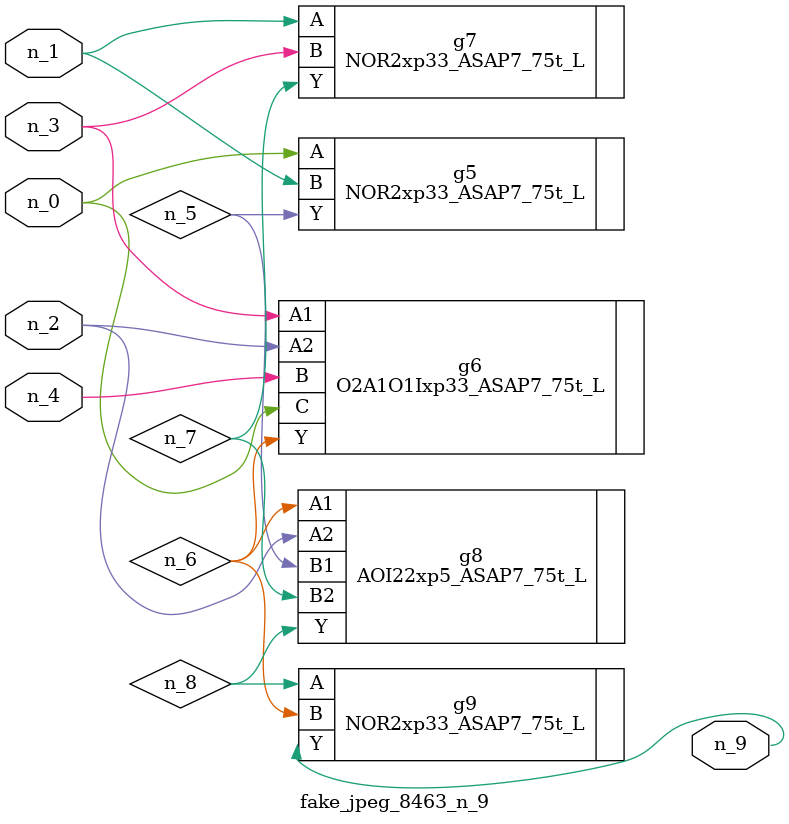
<source format=v>
module fake_jpeg_8463_n_9 (n_3, n_2, n_1, n_0, n_4, n_9);

input n_3;
input n_2;
input n_1;
input n_0;
input n_4;

output n_9;

wire n_8;
wire n_6;
wire n_5;
wire n_7;

NOR2xp33_ASAP7_75t_L g5 ( 
.A(n_0),
.B(n_1),
.Y(n_5)
);

O2A1O1Ixp33_ASAP7_75t_L g6 ( 
.A1(n_3),
.A2(n_2),
.B(n_4),
.C(n_0),
.Y(n_6)
);

NOR2xp33_ASAP7_75t_L g7 ( 
.A(n_1),
.B(n_3),
.Y(n_7)
);

AOI22xp5_ASAP7_75t_L g8 ( 
.A1(n_6),
.A2(n_2),
.B1(n_5),
.B2(n_7),
.Y(n_8)
);

NOR2xp33_ASAP7_75t_L g9 ( 
.A(n_8),
.B(n_6),
.Y(n_9)
);


endmodule
</source>
